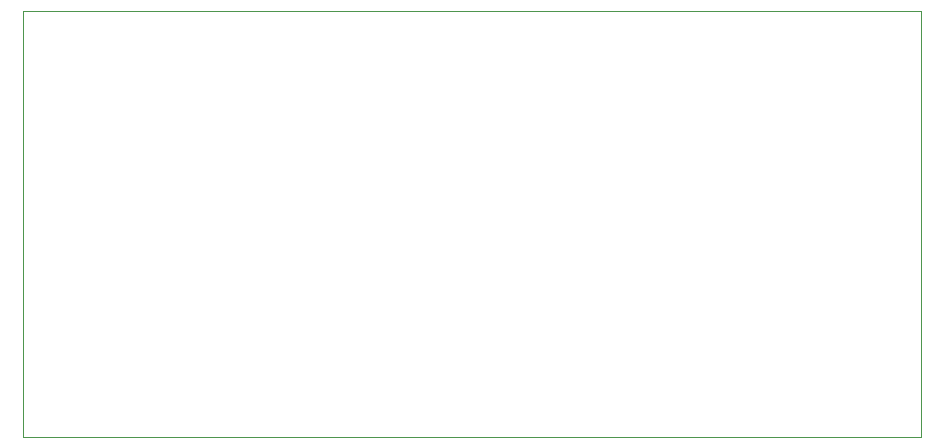
<source format=gbr>
%TF.GenerationSoftware,KiCad,Pcbnew,5.1.10*%
%TF.CreationDate,2021-12-04T10:06:50+01:00*%
%TF.ProjectId,Speichermodul_D,53706569-6368-4657-926d-6f64756c5f44,1*%
%TF.SameCoordinates,Original*%
%TF.FileFunction,Profile,NP*%
%FSLAX46Y46*%
G04 Gerber Fmt 4.6, Leading zero omitted, Abs format (unit mm)*
G04 Created by KiCad (PCBNEW 5.1.10) date 2021-12-04 10:06:50*
%MOMM*%
%LPD*%
G01*
G04 APERTURE LIST*
%TA.AperFunction,Profile*%
%ADD10C,0.120000*%
%TD*%
G04 APERTURE END LIST*
D10*
X115000000Y-102000000D02*
X115000000Y-138000000D01*
X191000000Y-102000000D02*
X115000000Y-102000000D01*
X191000000Y-138000000D02*
X191000000Y-102000000D01*
X115000000Y-138000000D02*
X191000000Y-138000000D01*
M02*

</source>
